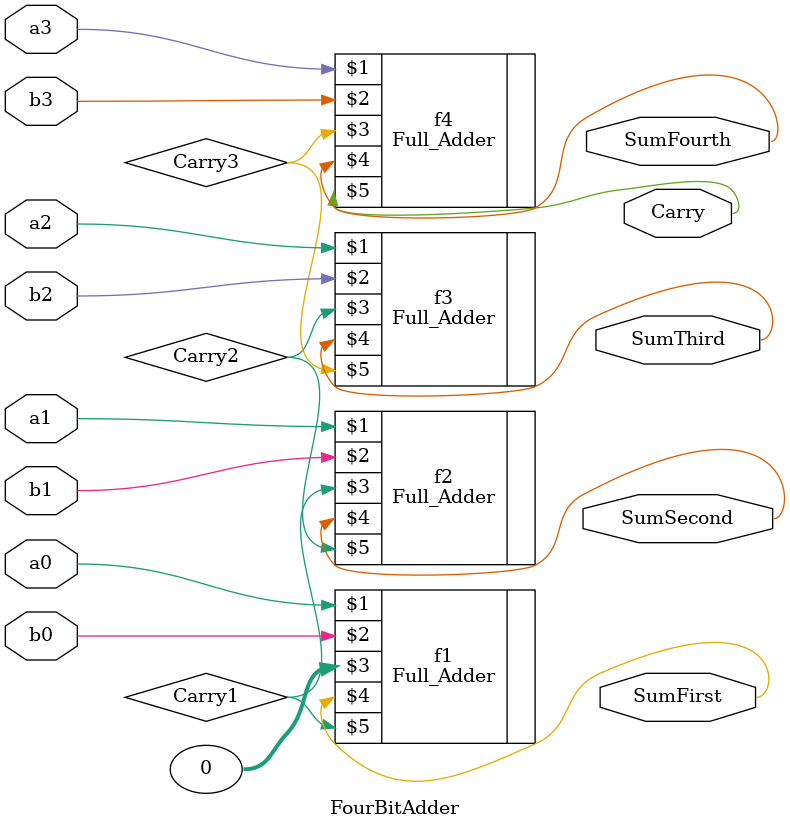
<source format=v>
`timescale 1ns / 1ps


module FourBitAdder(a0,b0,a1,b1,a2,b2,a3,b3,SumFirst,SumSecond,SumThird,SumFourth,Carry);
    input a0,b0,a1,b1,a2,b2,a3,b3;
    output SumFirst,SumSecond,SumThird,SumFourth,Carry;
    wire Carry1,Carry2,Carry3;
    Full_Adder f1(a0,b0,0,SumFirst,Carry1);
    Full_Adder f2(a1,b1,Carry1,SumSecond,Carry2);
    Full_Adder f3(a2,b2,Carry2,SumThird,Carry3);
    Full_Adder f4(a3,b3,Carry3,SumFourth,Carry);
endmodule

</source>
